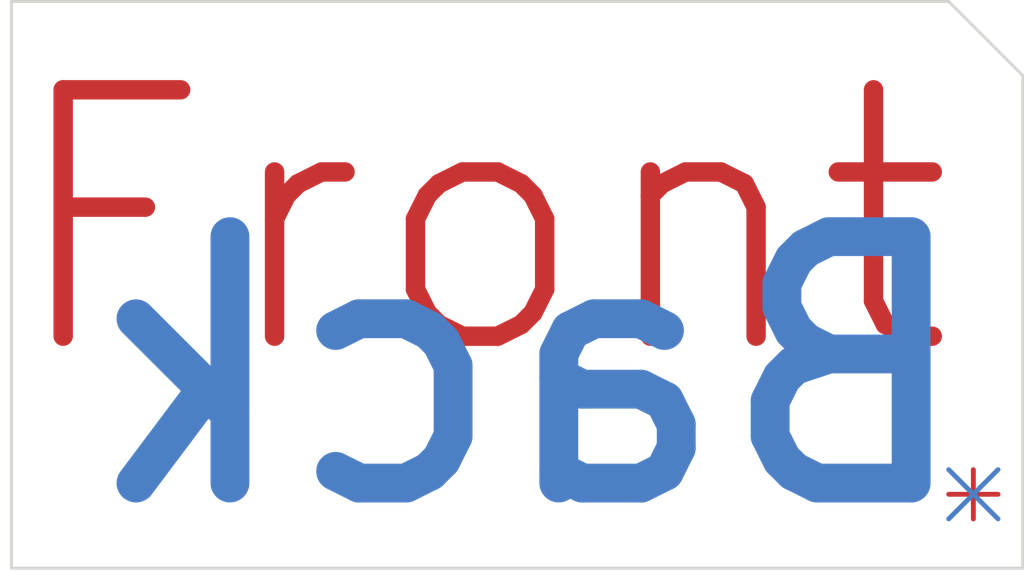
<source format=kicad_pcb>
(kicad_pcb (version 4) (host pcbnew 4.0.7+dfsg1-1)

  (general
    (links 0)
    (no_connects 0)
    (area 116.477143 58.344999 168.985001 88.63)
    (thickness 1.6)
    (drawings 7)
    (tracks 4)
    (zones 0)
    (modules 0)
    (nets 1)
  )

  (page A4)
  (layers
    (0 F.Cu signal)
    (31 B.Cu signal)
    (32 B.Adhes user)
    (33 F.Adhes user)
    (34 B.Paste user)
    (35 F.Paste user)
    (36 B.SilkS user)
    (37 F.SilkS user)
    (38 B.Mask user)
    (39 F.Mask user)
    (40 Dwgs.User user)
    (41 Cmts.User user)
    (42 Eco1.User user)
    (43 Eco2.User user)
    (44 Edge.Cuts user)
    (45 Margin user)
    (46 B.CrtYd user)
    (47 F.CrtYd user)
    (48 B.Fab user)
    (49 F.Fab user)
  )

  (setup
    (last_trace_width 0.25)
    (trace_clearance 0.2)
    (zone_clearance 0.508)
    (zone_45_only no)
    (trace_min 0.2)
    (segment_width 0.2)
    (edge_width 0.15)
    (via_size 0.6)
    (via_drill 0.4)
    (via_min_size 0.4)
    (via_min_drill 0.3)
    (uvia_size 0.3)
    (uvia_drill 0.1)
    (uvias_allowed no)
    (uvia_min_size 0.2)
    (uvia_min_drill 0.1)
    (pcb_text_width 0.3)
    (pcb_text_size 1.5 1.5)
    (mod_edge_width 0.15)
    (mod_text_size 1 1)
    (mod_text_width 0.15)
    (pad_size 1.524 1.524)
    (pad_drill 0.762)
    (pad_to_mask_clearance 0.2)
    (aux_axis_origin 0 0)
    (visible_elements FFFFFF7F)
    (pcbplotparams
      (layerselection 0x01000_80000001)
      (usegerberextensions false)
      (excludeedgelayer true)
      (linewidth 0.100000)
      (plotframeref false)
      (viasonmask false)
      (mode 1)
      (useauxorigin false)
      (hpglpennumber 1)
      (hpglpenspeed 20)
      (hpglpendiameter 15)
      (hpglpenoverlay 2)
      (psnegative false)
      (psa4output false)
      (plotreference true)
      (plotvalue true)
      (plotinvisibletext false)
      (padsonsilk false)
      (subtractmaskfromsilk false)
      (outputformat 1)
      (mirror false)
      (drillshape 0)
      (scaleselection 1)
      (outputdirectory ""))
  )

  (net 0 "")

  (net_class Default "This is the default net class."
    (clearance 0.2)
    (trace_width 0.25)
    (via_dia 0.6)
    (via_drill 0.4)
    (uvia_dia 0.3)
    (uvia_drill 0.1)
  )

  (gr_text Back (at 143.51 77.47) (layer B.Cu)
    (effects (font (size 12.7 12.7) (thickness 2)) (justify mirror))
  )
  (gr_text Front (at 140.97 69.85) (layer F.Cu)
    (effects (font (size 12.7 12.7) (thickness 1)))
  )
  (gr_line (start 116.84 87.63) (end 116.84 58.42) (angle 90) (layer Edge.Cuts) (width 0.15))
  (gr_line (start 168.91 87.63) (end 116.84 87.63) (angle 90) (layer Edge.Cuts) (width 0.15))
  (gr_line (start 168.91 62.23) (end 168.91 87.63) (angle 90) (layer Edge.Cuts) (width 0.15))
  (gr_line (start 165.1 58.42) (end 168.91 62.23) (angle 90) (layer Edge.Cuts) (width 0.15))
  (gr_line (start 116.84 58.42) (end 165.1 58.42) (angle 90) (layer Edge.Cuts) (width 0.15))

  (segment (start 165.1 85.09) (end 167.64 82.55) (width 0.25) (layer B.Cu) (net 0))
  (segment (start 167.64 85.09) (end 165.1 82.55) (width 0.25) (layer B.Cu) (net 0))
  (segment (start 165.1 83.82) (end 167.64 83.82) (width 0.25) (layer F.Cu) (net 0))
  (segment (start 166.37 85.09) (end 166.37 82.55) (width 0.25) (layer F.Cu) (net 0))

)

</source>
